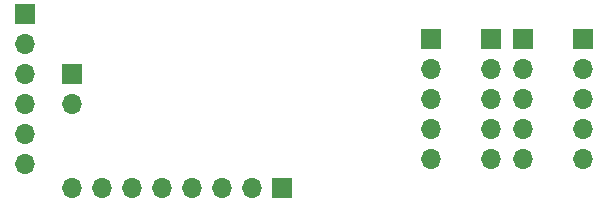
<source format=gbr>
%TF.GenerationSoftware,KiCad,Pcbnew,5.1.10-88a1d61d58~88~ubuntu20.04.1*%
%TF.CreationDate,2021-05-20T12:50:06-04:00*%
%TF.ProjectId,hexdisplay8,68657864-6973-4706-9c61-79382e6b6963,rev?*%
%TF.SameCoordinates,Original*%
%TF.FileFunction,Soldermask,Bot*%
%TF.FilePolarity,Negative*%
%FSLAX46Y46*%
G04 Gerber Fmt 4.6, Leading zero omitted, Abs format (unit mm)*
G04 Created by KiCad (PCBNEW 5.1.10-88a1d61d58~88~ubuntu20.04.1) date 2021-05-20 12:50:06*
%MOMM*%
%LPD*%
G01*
G04 APERTURE LIST*
%ADD10R,1.700000X1.700000*%
%ADD11O,1.700000X1.700000*%
G04 APERTURE END LIST*
D10*
%TO.C,J3*%
X142220000Y-110360000D03*
D11*
X142220000Y-112900000D03*
%TD*%
D10*
%TO.C,J4*%
X160000000Y-120000000D03*
D11*
X157460000Y-120000000D03*
X154920000Y-120000000D03*
X152380000Y-120000000D03*
X149840000Y-120000000D03*
X147300000Y-120000000D03*
X144760000Y-120000000D03*
X142220000Y-120000000D03*
%TD*%
D10*
%TO.C,J5*%
X138200000Y-105280000D03*
D11*
X138200000Y-107820000D03*
X138200000Y-110360000D03*
X138200000Y-112900000D03*
X138200000Y-115440000D03*
X138200000Y-117980000D03*
%TD*%
D10*
%TO.C,J11*%
X172600000Y-107400000D03*
D11*
X172600000Y-109940000D03*
X172600000Y-112480000D03*
X172600000Y-115020000D03*
X172600000Y-117560000D03*
%TD*%
%TO.C,J12*%
X177680000Y-117560000D03*
X177680000Y-115020000D03*
X177680000Y-112480000D03*
X177680000Y-109940000D03*
D10*
X177680000Y-107400000D03*
%TD*%
%TO.C,J21*%
X180400000Y-107400000D03*
D11*
X180400000Y-109940000D03*
X180400000Y-112480000D03*
X180400000Y-115020000D03*
X180400000Y-117560000D03*
%TD*%
%TO.C,J22*%
X185480000Y-117560000D03*
X185480000Y-115020000D03*
X185480000Y-112480000D03*
X185480000Y-109940000D03*
D10*
X185480000Y-107400000D03*
%TD*%
M02*

</source>
